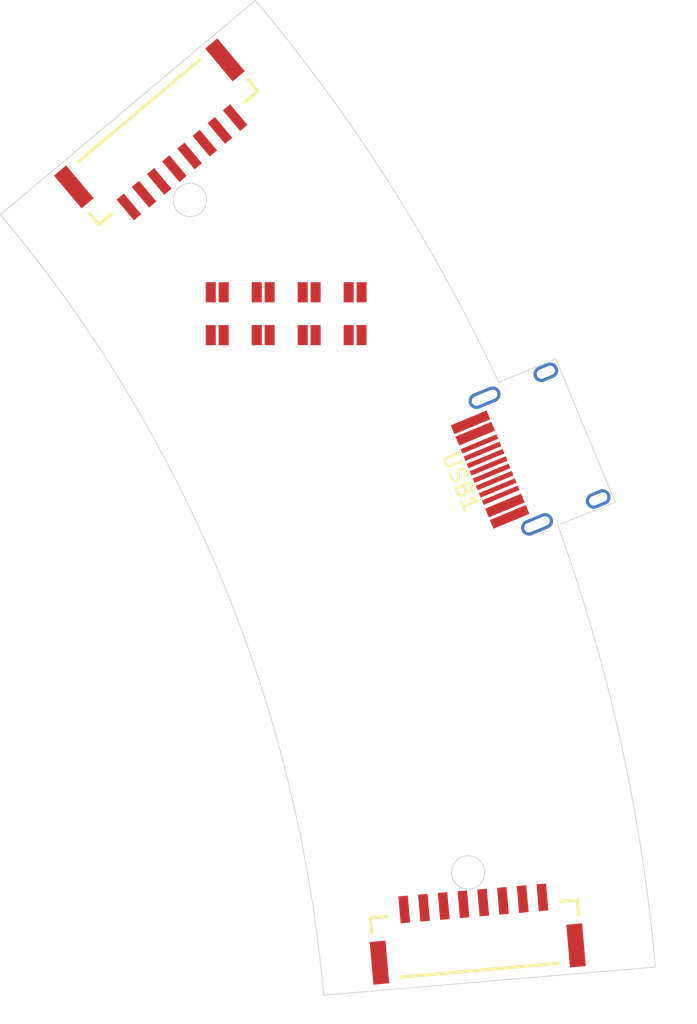
<source format=kicad_pcb>
(kicad_pcb (version 20241229) (generator "pcbnew") (generator_version "9.0")
  (layers (0 "F.Cu" signal) (2 "B.Cu" signal) (13 "F.Paste" user) (15 "B.Paste" user) (5 "F.SilkS" user "F.Silkscreen") (7 "B.SilkS" user "B.Silkscreen") (1 "F.Mask" user) (3 "B.Mask" user) (25 "Edge.Cuts" user))
  (net 0 "")
  (net 3 "/BTN2")
  (net 4 "/BTN8")
  (net 5 "/BTN6")
  (net 6 "/BTN5")
  (net 7 "/BTN3")
  (net 8 "+3.3V")
  (net 9 "/BTN7")
  (net 10 "/BTN4")
  (net 13 "/BTN1")
  (footprint "PCM_SparkFun-Jumper:Jumper_2_NO_NoSilk" (layer "F.Cu") (at 231.45 50.68)
    (property "Reference" "JMP_BTN2")
    (property "Value" "~")
    (pad "1" smd rect (at -0.4064 0) (size 0.635 1.27) (layers "F.Cu" "F.Mask") (net 3 "/BTN2"))
    (pad "2" smd rect (at 0.4064 0) (size 0.635 1.27) (layers "F.Cu" "F.Mask") (net 13 "/BTN1"))
  )
  (footprint "extern:HRO-TYPE-C-31-M-12-HandSoldering" (layer "F.Cu") (at 256.234369 56.015814 112.5)
    (property "Reference" "USB1" (at -0.000001 -10.2 112.5) (layer "F.SilkS"))
    (property "Value" "HRO-TYPE-C-31-M-12")
    (pad "" np_thru_hole circle (at -2.89 -6.25 112.5) (size 0.65 0.65) (drill 0.65) (layers "*.Cu" "*.Mask"))
    (pad "" np_thru_hole circle (at 2.89 -6.25 112.5) (size 0.65 0.65) (drill 0.65) (layers "*.Cu" "*.Mask"))
    (pad "1" smd rect (at -3.225 -8.195 112.5) (size 0.6 2.45) (layers "F.Cu" "F.Mask" "F.Paste"))
    (pad "2" smd rect (at -2.450001 -8.195 112.5) (size 0.6 2.45) (layers "F.Cu" "F.Mask" "F.Paste"))
    (pad "3" smd rect (at -1.75 -8.195 112.5) (size 0.3 2.45) (layers "F.Cu" "F.Mask" "F.Paste"))
    (pad "4" smd rect (at -1.250001 -8.195 112.5) (size 0.3 2.45) (layers "F.Cu" "F.Mask" "F.Paste"))
    (pad "5" smd rect (at -0.75 -8.195 112.5) (size 0.3 2.45) (layers "F.Cu" "F.Mask" "F.Paste"))
    (pad "6" smd rect (at -0.25 -8.194999 112.5) (size 0.3 2.45) (layers "F.Cu" "F.Mask" "F.Paste"))
    (pad "7" smd rect (at 0.250001 -8.195 112.5) (size 0.3 2.45) (layers "F.Cu" "F.Mask" "F.Paste"))
    (pad "8" smd rect (at 0.75 -8.195 112.5) (size 0.3 2.45) (layers "F.Cu" "F.Mask" "F.Paste"))
    (pad "9" smd rect (at 1.25 -8.195001 112.5) (size 0.3 2.45) (layers "F.Cu" "F.Mask" "F.Paste"))
    (pad "10" smd rect (at 1.750001 -8.195 112.5) (size 0.3 2.45) (layers "F.Cu" "F.Mask" "F.Paste"))
    (pad "11" smd rect (at 2.450001 -8.195 112.5) (size 0.6 2.45) (layers "F.Cu" "F.Mask" "F.Paste"))
    (pad "12" smd rect (at 3.224999 -8.195 112.5) (size 0.6 2.45) (layers "F.Cu" "F.Mask" "F.Paste"))
    (pad "13" thru_hole oval (at -4.320001 -2.6 112.5) (size 1 1.6) (drill oval 0.6 1.2) (layers "*.Cu" "B.Mask"))
    (pad "13" thru_hole oval (at -4.32 -6.78 112.5) (size 1 2.1) (drill oval 0.6 1.7) (layers "*.Cu" "B.Mask"))
    (pad "13" thru_hole oval (at 4.32 -6.78 112.5) (size 1 2.1) (drill oval 0.6 1.7) (layers "*.Cu" "B.Mask"))
    (pad "13" thru_hole oval (at 4.32 -2.6 112.5) (size 1 1.6) (drill oval 0.6 1.2) (layers "*.Cu" "B.Mask"))
  )
  (footprint "PCM_SparkFun-Jumper:Jumper_2_NO_NoSilk" (layer "F.Cu") (at 237.25 47.98)
    (property "Reference" "JMP_BTN5")
    (property "Value" "~")
    (pad "1" smd rect (at -0.4064 0) (size 0.635 1.27) (layers "F.Cu" "F.Mask") (net 6 "/BTN5"))
    (pad "2" smd rect (at 0.4064 0) (size 0.635 1.27) (layers "F.Cu" "F.Mask") (net 13 "/BTN1"))
  )
  (footprint "PCM_SparkFun-Connector:JST_1x08_P1.25mm_Locking_Horizontal_SMD" (layer "F.Cu") (at 228.103657 38.45 -140)
    (property "Reference" "J1")
    (property "Value" "Input")
    (fp_line (start 6.549999 -0.45) (end 6.55 -1.4) (stroke (width 0.2032)) (layer "F.SilkS"))
    (fp_line (start 5.499999 -1.4) (end 6.55 -1.4) (stroke (width 0.2032)) (layer "F.SilkS"))
    (fp_line (start -5 2.475) (end 5 2.474999) (stroke (width 0.2032)) (layer "F.SilkS"))
    (fp_line (start -6.55 -0.45) (end -6.55 -1.4) (stroke (width 0.2032)) (layer "F.SilkS"))
    (fp_line (start -6.55 -1.4) (end -5.5 -1.4) (stroke (width 0.2032)) (layer "F.SilkS"))
    (pad "1" smd rect (at -4.375 -1.750001 220) (size 0.6 1.7) (layers "F.Cu" "F.Mask" "F.Paste") (net 8 "+3.3V"))
    (pad "2" smd rect (at -3.125 -1.749999 220) (size 0.6 1.7) (layers "F.Cu" "F.Mask" "F.Paste") (net 3 "/BTN2"))
    (pad "3" smd rect (at -1.874999 -1.75 220) (size 0.6 1.7) (layers "F.Cu" "F.Mask" "F.Paste") (net 7 "/BTN3"))
    (pad "4" smd rect (at -0.625 -1.750001 220) (size 0.6 1.7) (layers "F.Cu" "F.Mask" "F.Paste") (net 10 "/BTN4"))
    (pad "5" smd rect (at 0.625001 -1.75 220) (size 0.6 1.7) (layers "F.Cu" "F.Mask" "F.Paste") (net 6 "/BTN5"))
    (pad "6" smd rect (at 1.875 -1.75 220) (size 0.6 1.7) (layers "F.Cu" "F.Mask" "F.Paste") (net 5 "/BTN6"))
    (pad "7" smd rect (at 3.125 -1.75 220) (size 0.6 1.7) (layers "F.Cu" "F.Mask" "F.Paste") (net 9 "/BTN7"))
    (pad "8" smd rect (at 4.375 -1.75 220) (size 0.6 1.7) (layers "F.Cu" "F.Mask" "F.Paste") (net 4 "/BTN8"))
    (pad "NC1" smd rect (at -6.225002 1.45 220) (size 1 2.7) (layers "F.Cu" "F.Mask" "F.Paste"))
    (pad "NC2" smd rect (at 6.225 1.450001 220) (size 1 2.7) (layers "F.Cu" "F.Mask" "F.Paste"))
  )
  (footprint "PCM_SparkFun-Jumper:Jumper_2_NO_NoSilk" (layer "F.Cu") (at 234.35 47.98)
    (property "Reference" "JMP_BTN3")
    (property "Value" "~")
    (pad "1" smd rect (at -0.4064 0) (size 0.635 1.27) (layers "F.Cu" "F.Mask") (net 7 "/BTN3"))
    (pad "2" smd rect (at 0.4064 0) (size 0.635 1.27) (layers "F.Cu" "F.Mask") (net 13 "/BTN1"))
  )
  (footprint "PCM_SparkFun-Jumper:Jumper_2_NO_NoSilk" (layer "F.Cu") (at 237.25 50.68)
    (property "Reference" "JMP_BTN6")
    (property "Value" "~")
    (pad "1" smd rect (at -0.4064 0) (size 0.635 1.27) (layers "F.Cu" "F.Mask") (net 5 "/BTN6"))
    (pad "2" smd rect (at 0.4064 0) (size 0.635 1.27) (layers "F.Cu" "F.Mask") (net 13 "/BTN1"))
  )
  (footprint "PCM_SparkFun-Connector:JST_1x08_P1.25mm_Locking_Horizontal_SMD" (layer "F.Cu") (at 247.758715 88.225 5)
    (property "Reference" "J2")
    (property "Value" "Output")
    (fp_line (start -6.55 -1.4) (end -5.499999 -1.400001) (stroke (width 0.2032)) (layer "F.SilkS"))
    (fp_line (start -6.55 -0.449999) (end -6.55 -1.4) (stroke (width 0.2032)) (layer "F.SilkS"))
    (fp_line (start -5.000001 2.474999) (end 5.000001 2.475) (stroke (width 0.2032)) (layer "F.SilkS"))
    (fp_line (start 5.5 -1.4) (end 6.550001 -1.4) (stroke (width 0.2032)) (layer "F.SilkS"))
    (fp_line (start 6.55 -0.450001) (end 6.550001 -1.4) (stroke (width 0.2032)) (layer "F.SilkS"))
    (pad "1" smd rect (at -4.375 -1.750001 5) (size 0.6 1.7) (layers "F.Cu" "F.Mask" "F.Paste") (net 8 "+3.3V"))
    (pad "2" smd rect (at -3.124999 -1.749999 5) (size 0.6 1.7) (layers "F.Cu" "F.Mask" "F.Paste") (net 3 "/BTN2"))
    (pad "3" smd rect (at -1.874999 -1.75 5) (size 0.6 1.7) (layers "F.Cu" "F.Mask" "F.Paste") (net 7 "/BTN3"))
    (pad "4" smd rect (at -0.625001 -1.75 5) (size 0.6 1.7) (layers "F.Cu" "F.Mask" "F.Paste") (net 10 "/BTN4"))
    (pad "5" smd rect (at 0.625001 -1.750001 5) (size 0.6 1.7) (layers "F.Cu" "F.Mask" "F.Paste") (net 6 "/BTN5"))
    (pad "6" smd rect (at 1.875 -1.750001 5) (size 0.6 1.7) (layers "F.Cu" "F.Mask" "F.Paste") (net 5 "/BTN6"))
    (pad "7" smd rect (at 3.125 -1.75 5) (size 0.6 1.7) (layers "F.Cu" "F.Mask" "F.Paste") (net 9 "/BTN7"))
    (pad "8" smd rect (at 4.375 -1.750001 5) (size 0.6 1.7) (layers "F.Cu" "F.Mask" "F.Paste") (net 4 "/BTN8"))
    (pad "NC1" smd rect (at -6.225001 1.45 5) (size 1 2.7) (layers "F.Cu" "F.Mask" "F.Paste"))
    (pad "NC2" smd rect (at 6.225 1.45 5) (size 1 2.7) (layers "F.Cu" "F.Mask" "F.Paste"))
  )
  (footprint "PCM_SparkFun-Jumper:Jumper_2_NO_NoSilk" (layer "F.Cu") (at 240.15 50.68)
    (property "Reference" "JMP_BTN8")
    (property "Value" "~")
    (pad "1" smd rect (at -0.4064 0) (size 0.635 1.27) (layers "F.Cu" "F.Mask") (net 4 "/BTN8"))
    (pad "2" smd rect (at 0.4064 0) (size 0.635 1.27) (layers "F.Cu" "F.Mask") (net 13 "/BTN1"))
  )
  (footprint "PCM_SparkFun-Jumper:Jumper_2_NO_NoSilk" (layer "F.Cu") (at 234.35 50.68)
    (property "Reference" "JMP_BTN4")
    (property "Value" "~")
    (pad "1" smd rect (at -0.4064 0) (size 0.635 1.27) (layers "F.Cu" "F.Mask") (net 10 "/BTN4"))
    (pad "2" smd rect (at 0.4064 0) (size 0.635 1.27) (layers "F.Cu" "F.Mask") (net 13 "/BTN1"))
  )
  (footprint "PCM_SparkFun-Jumper:Jumper_2_NO_NoSilk" (layer "F.Cu") (at 231.45 47.98)
    (property "Reference" "JMP_BTN1")
    (property "Value" "~")
    (pad "1" smd rect (at -0.4064 0) (size 0.635 1.27) (layers "F.Cu" "F.Mask") (net 13 "/BTN1"))
    (pad "2" smd rect (at 0.4064 0) (size 0.635 1.27) (layers "F.Cu" "F.Mask") (net 13 "/BTN1"))
  )
  (footprint "PCM_SparkFun-Jumper:Jumper_2_NO_NoSilk" (layer "F.Cu") (at 240.15 47.98)
    (property "Reference" "JMP_BTN7")
    (property "Value" "~")
    (pad "1" smd rect (at -0.4064 0) (size 0.635 1.27) (layers "F.Cu" "F.Mask") (net 9 "/BTN7"))
    (pad "2" smd rect (at 0.4064 0) (size 0.635 1.27) (layers "F.Cu" "F.Mask") (net 13 "/BTN1"))
  )
  (gr_arc (start 217.773256 43.087472) (mid 231.752175 66.105577) (end 238.161083 92.262206) (stroke (width 0.05)) (layer "Edge.Cuts"))
  (gr_line (start 217.773256 43.087472) (end 233.858346 29.591077) (stroke (width 0.05)) (layer "Edge.Cuts"))
  (gr_line (start 249.20638 53.656364) (end 252.803139 52.159601) (stroke (width 0.05)) (layer "Edge.Cuts"))
  (gr_arc (start 233.858346 29.591077) (mid 242.319868 41.121476) (end 249.206381 53.656364) (stroke (width 0.05)) (layer "Edge.Cuts"))
  (gr_line (start 238.161083 92.262207) (end 259.086309 90.490691) (stroke (width 0.05)) (layer "Edge.Cuts"))
  (gr_circle (center 229.731902 42.163387) (end 230.781902 42.163387) (stroke (width 0.05)) (fill no) (layer "Edge.Cuts"))
  (gr_circle (center 247.278095 84.53319) (end 248.328095 84.53319) (stroke (width 0.05)) (fill no) (layer "Edge.Cuts"))
  (gr_arc (start 252.933859 62.652034) (mid 256.919995 76.370263) (end 259.086309 90.490679) (stroke (width 0.05)) (layer "Edge.Cuts"))
  (gr_line (start 256.556614 61.20416) (end 252.933858 62.652034) (stroke (width 0.05)) (layer "Edge.Cuts"))
  (gr_line (start 252.803139 52.159601) (end 256.556614 61.20416) (stroke (width 0.05)) (layer "Edge.Cuts"))
)
</source>
